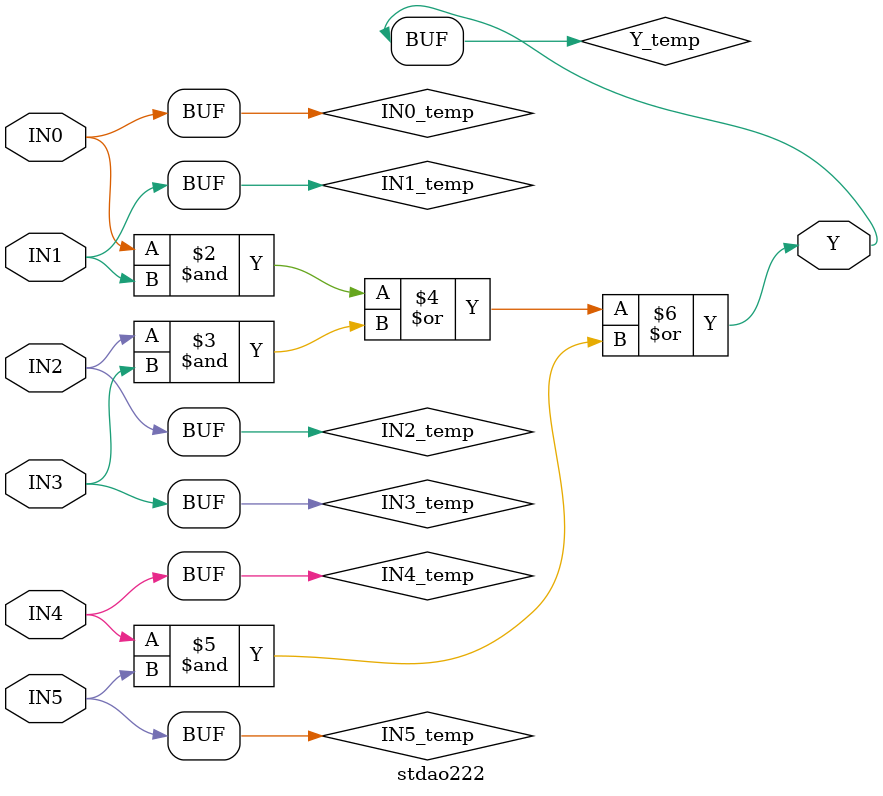
<source format=v>
module stdao222(IN0,IN1,IN2,IN3,IN4,IN5,Y);
  parameter
        d_IN0_r = 0,
        d_IN0_f = 0,
        d_IN1_r = 0,
        d_IN1_f = 0,
        d_IN2_r = 0,
        d_IN2_f = 0,
        d_IN3_r = 0,
        d_IN3_f = 0,
        d_IN4_r = 0,
        d_IN4_f = 0,
        d_IN5_r = 0,
        d_IN5_f = 0,
        d_Y_r = 1,
        d_Y_f = 1;
  input  IN0;
  input  IN1;
  input  IN2;
  input  IN3;
  input  IN4;
  input  IN5;
  output  Y;
  wire  IN0_temp;
  wire  IN1_temp;
  wire  IN2_temp;
  wire  IN3_temp;
  wire  IN4_temp;
  wire  IN5_temp;
  reg  Y_temp;
  assign #(d_IN0_r,d_IN0_f) IN0_temp = IN0;
  assign #(d_IN1_r,d_IN1_f) IN1_temp = IN1;
  assign #(d_IN2_r,d_IN2_f) IN2_temp = IN2;
  assign #(d_IN3_r,d_IN3_f) IN3_temp = IN3;
  assign #(d_IN4_r,d_IN4_f) IN4_temp = IN4;
  assign #(d_IN5_r,d_IN5_f) IN5_temp = IN5;
  assign #(d_Y_r,d_Y_f) Y = Y_temp;
  always
    @(IN0_temp or IN1_temp or IN2_temp or IN3_temp or IN4_temp or IN5_temp)
      begin
      Y_temp = (((IN0_temp & IN1_temp) | (IN2_temp & IN3_temp)) | (IN4_temp & IN5_temp));
      end
endmodule

</source>
